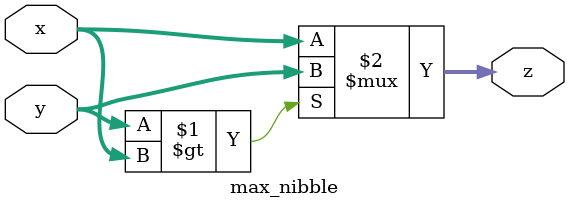
<source format=v>
module max_nibble(
   input [3:0] x,
	input [3:0] y,
	output [3:0] z
);
assign z = ( y > x) ? y : x;
endmodule
</source>
